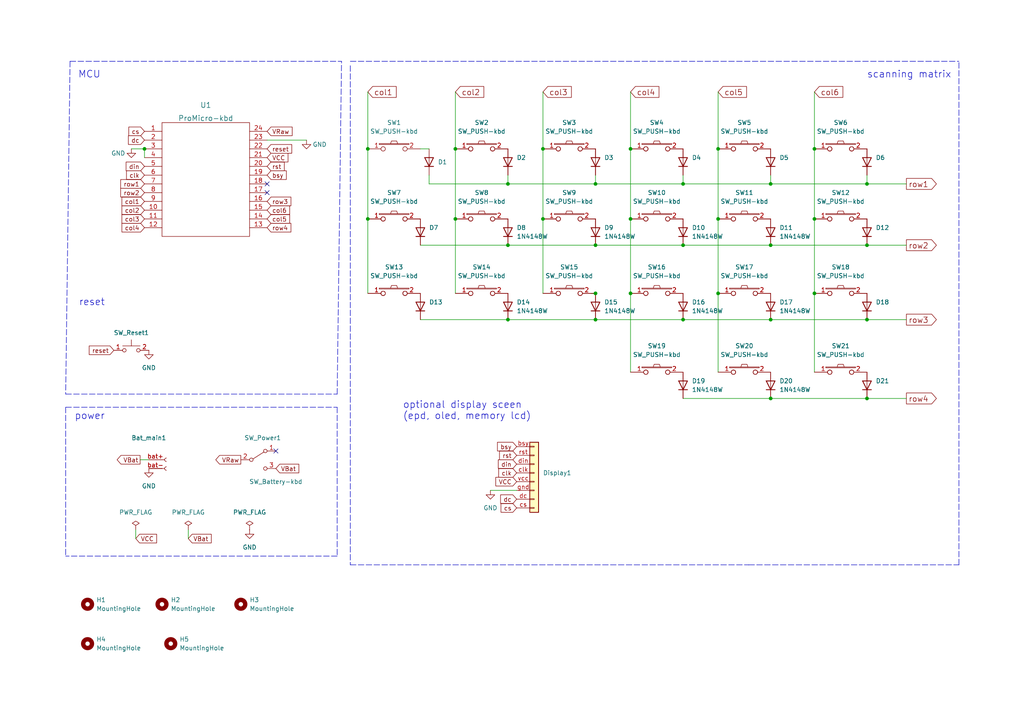
<source format=kicad_sch>
(kicad_sch (version 20211123) (generator eeschema)
  (paper "A4")
  (lib_symbols
    (symbol "Mechanical:MountingHole" (pin_names (offset 1.016))
      (property "Reference" "H" (at 0 5.08 0))
      (property "Value" "MountingHole" (at 0 3.175 0))
      (symbol "MountingHole_0_1"
        (circle (center 0 0) (radius 1.27) (stroke (width 1.27)))
      )
    )
    (symbol "mysymbol:1N4148W" (pin_numbers hide) (pin_names (offset 1.016) hide)
      (property "Reference" "D?" (at 2.54 1.2701 90))
      (symbol "1N4148W_0_1"
        (polyline (pts (xy -1.27 1.27) (xy -1.27 -1.27)) (stroke (width 0.254)))
        (polyline (pts (xy 1.27 0) (xy -1.27 0)))
        (polyline (pts (xy 1.27 1.27) (xy 1.27 -1.27) (xy -1.27 0) (xy 1.27 1.27)) (stroke (width 0.254)))
      )
      (symbol "1N4148W_1_1"
        (pin passive line (at -3.81 0 0) (length 2.54) (name "K") (number "1"))
        (pin passive line (at 3.81 0 180) (length 2.54) (name "A") (number "2"))
      )
    )
    (symbol "mysymbol:Conn_Battery_solderable" (pin_names (offset 1.016) hide)
      (property "Reference" "J?" (at 1.27 0.0001 0))
      (property "Value" "Conn_Battery_solderable" (at 1.27 -2.5399 0))
      (symbol "Conn_Battery_solderable_1_1"
        (arc (start 0 -2.032) (mid -0.508 -2.54) (end 0 -3.048) (stroke (width 0.1524)))
        (polyline (pts (xy -1.27 -2.54) (xy -0.508 -2.54)) (stroke (width 0.1524)))
        (polyline (pts (xy -1.27 0) (xy -0.508 0)) (stroke (width 0.1524)))
        (arc (start 0 0.508) (mid -0.508 0) (end 0 -0.508) (stroke (width 0.1524)))
        (pin passive line (at -5.08 0 0) (length 3.81) (name "Bat+") (number "bat+"))
        (pin passive line (at -5.08 -2.54 0) (length 3.81) (name "Bat-") (number "bat-"))
      )
    )
    (symbol "mysymbol:Conn_Display_general" (pin_names (offset 1.016) hide)
      (property "Reference" "J?" (at 2.54 0.0001 0))
      (property "Value" "Conn_Display_general" (at 2.54 -2.5399 0))
      (symbol "Conn_Display_general_1_1"
        (rectangle (start -1.27 -10.033) (end 0 -10.287) (stroke (width 0.1524)))
        (rectangle (start -1.27 -7.493) (end 0 -7.747) (stroke (width 0.1524)))
        (rectangle (start -1.27 -4.953) (end 0 -5.207) (stroke (width 0.1524)))
        (rectangle (start -1.27 -2.413) (end 0 -2.667) (stroke (width 0.1524)))
        (rectangle (start -1.27 0.127) (end 0 -0.127) (stroke (width 0.1524)))
        (rectangle (start -1.27 2.667) (end 0 2.413) (stroke (width 0.1524)))
        (rectangle (start -1.27 5.207) (end 0 4.953) (stroke (width 0.1524)))
        (rectangle (start -1.27 7.747) (end 0 7.493) (stroke (width 0.1524)))
        (rectangle (start -1.27 8.89) (end 1.27 -11.43) (stroke (width 0.254)) (fill (type background)))
        (pin passive line (at -5.08 7.62 0) (length 3.81) (name "BSY") (number "bsy"))
        (pin passive line (at -5.08 0 0) (length 3.81) (name "CLK") (number "clk"))
        (pin passive line (at -5.08 -10.16 0) (length 3.81) (name "CS") (number "cs"))
        (pin passive line (at -5.08 -7.62 0) (length 3.81) (name "DC") (number "dc"))
        (pin passive line (at -5.08 2.54 0) (length 3.81) (name "DIN") (number "din"))
        (pin passive line (at -5.08 -5.08 0) (length 3.81) (name "GND") (number "gnd"))
        (pin passive line (at -5.08 5.08 0) (length 3.81) (name "RST") (number "rst"))
        (pin passive line (at -5.08 -2.54 0) (length 3.81) (name "VCC") (number "vcc"))
      )
    )
    (symbol "mysymbol:ProMicro-kbd" (pin_names (offset 1.016) hide)
      (property "Reference" "U1" (at 0 24.13 0))
      (property "Value" "ProMicro-kbd" (at 0 -13.97 0))
      (symbol "ProMicro-kbd_0_1"
        (rectangle (start -12.7 21.59) (end 12.7 -11.43))
      )
      (symbol "ProMicro-kbd_1_1"
        (pin bidirectional line (at -17.78 19.05 0) (length 5.08) (name "TX") (number "1"))
        (pin bidirectional line (at -17.78 -3.81 0) (length 5.08) (name "E6") (number "10"))
        (pin bidirectional line (at -17.78 -6.35 0) (length 5.08) (name "B4") (number "11"))
        (pin bidirectional line (at -17.78 -8.89 0) (length 5.08) (name "B5") (number "12"))
        (pin bidirectional line (at 17.78 -8.89 180) (length 5.08) (name "B6") (number "13"))
        (pin bidirectional line (at 17.78 -6.35 180) (length 5.08) (name "B2") (number "14"))
        (pin bidirectional line (at 17.78 -3.81 180) (length 5.08) (name "B3") (number "15"))
        (pin bidirectional line (at 17.78 -1.27 180) (length 5.08) (name "B1") (number "16"))
        (pin bidirectional line (at 17.78 1.27 180) (length 5.08) (name "F7") (number "17"))
        (pin bidirectional line (at 17.78 3.81 180) (length 5.08) (name "F6") (number "18"))
        (pin bidirectional line (at 17.78 6.35 180) (length 5.08) (name "F5") (number "19"))
        (pin bidirectional line (at -17.78 16.51 0) (length 5.08) (name "RX") (number "2"))
        (pin bidirectional line (at 17.78 8.89 180) (length 5.08) (name "F4") (number "20"))
        (pin power_in line (at 17.78 11.43 180) (length 5.08) (name "VCC") (number "21"))
        (pin input line (at 17.78 13.97 180) (length 5.08) (name "RST") (number "22"))
        (pin power_in line (at 17.78 16.51 180) (length 5.08) (name "GND") (number "23"))
        (pin power_out line (at 17.78 19.05 180) (length 5.08) (name "RAW") (number "24"))
        (pin power_in line (at -17.78 13.97 0) (length 5.08) (name "GND") (number "3"))
        (pin power_in line (at -17.78 11.43 0) (length 5.08) (name "GND") (number "4"))
        (pin bidirectional line (at -17.78 8.89 0) (length 5.08) (name "SDA") (number "5"))
        (pin bidirectional line (at -17.78 6.35 0) (length 5.08) (name "SCL") (number "6"))
        (pin bidirectional line (at -17.78 3.81 0) (length 5.08) (name "D4") (number "7"))
        (pin bidirectional line (at -17.78 1.27 0) (length 5.08) (name "C6") (number "8"))
        (pin bidirectional line (at -17.78 -1.27 0) (length 5.08) (name "D7") (number "9"))
      )
    )
    (symbol "mysymbol:SW_Battery-kbd" (pin_names (offset 0) hide)
      (property "Reference" "SW_Battery?" (at 7.62 4.3476 0))
      (property "Value" "SW_Battery-kbd" (at 5.08 -6.35 0))
      (symbol "SW_Battery-kbd_0_0"
        (circle (center -2.032 0) (radius 0.508))
        (circle (center 2.032 -2.54) (radius 0.508))
      )
      (symbol "SW_Battery-kbd_0_1"
        (polyline (pts (xy -1.524 0.254) (xy 1.651 2.286)))
        (circle (center 2.032 2.54) (radius 0.508))
      )
      (symbol "SW_Battery-kbd_1_1"
        (pin passive line (at 5.08 2.54 180) (length 2.54) (name "A") (number "1"))
        (pin passive line (at -5.08 0 0) (length 2.54) (name "B") (number "2"))
        (pin passive line (at 5.08 -2.54 180) (length 2.54) (name "C") (number "3"))
      )
    )
    (symbol "mysymbol:SW_PUSH-kbd" (pin_names (offset 1.016) hide)
      (property "Reference" "SW1" (at 3.81 2.794 0))
      (symbol "SW_PUSH-kbd_0_1"
        (rectangle (start -4.318 1.27) (end 4.318 1.524))
        (polyline (pts (xy -1.016 1.524) (xy -0.762 2.286) (xy 0.762 2.286) (xy 1.016 1.524)))
        (pin passive inverted (at -7.62 0 0) (length 5.08) (name "1") (number "1"))
        (pin passive inverted (at 7.62 0 180) (length 5.08) (name "2") (number "2"))
      )
    )
    (symbol "mysymbol:SW_RESET-kbd" (pin_names (offset 1.016) hide)
      (property "Reference" "RSW?" (at 0 7.239 0))
      (property "Value" "SW_RESET-kbd" (at 0 4.9276 0))
      (symbol "SW_RESET-kbd_0_1"
        (circle (center -2.032 0) (radius 0.508))
        (polyline (pts (xy 0 1.27) (xy 0 3.048)))
        (polyline (pts (xy 2.54 1.27) (xy -2.54 1.27)))
        (circle (center 2.032 0) (radius 0.508))
        (pin passive line (at -5.08 0 0) (length 2.54) (name "1") (number "1"))
        (pin passive line (at 5.08 0 180) (length 2.54) (name "2") (number "2"))
      )
    )
    (symbol "power:GND" (power) (pin_names (offset 0))
      (property "Value" "GND" (at 0 -3.81 0))
      (symbol "GND_0_1"
        (polyline (pts (xy 0 0) (xy 0 -1.27) (xy 1.27 -1.27) (xy 0 -2.54) (xy -1.27 -1.27) (xy 0 -1.27)))
      )
      (symbol "GND_1_1"
        (pin power_in line (at 0 0 270) (length 0) hide (name "GND") (number "1"))
      )
    )
    (symbol "power:PWR_FLAG" (power) (pin_numbers hide) (pin_names (offset 0) hide)
      (property "Value" "PWR_FLAG" (at 0 3.81 0))
      (symbol "PWR_FLAG_0_0"
        (pin power_out line (at 0 0 90) (length 0) (name "pwr") (number "1"))
      )
      (symbol "PWR_FLAG_0_1"
        (polyline (pts (xy 0 0) (xy 0 1.27) (xy -1.016 1.905) (xy 0 2.54) (xy 1.016 1.905) (xy 0 1.27)))
      )
    )
  )
  (junction (at 106.68 63.5))
  (junction (at 147.32 53.34))
  (junction (at 251.46 71.12))
  (junction (at 236.22 63.5))
  (junction (at 251.46 115.57))
  (junction (at 223.52 71.12))
  (junction (at 198.12 53.34))
  (junction (at 132.08 63.5))
  (junction (at 172.72 71.12))
  (junction (at 236.22 43.18))
  (junction (at 157.48 43.18))
  (junction (at 106.68 43.18))
  (junction (at 132.08 43.18))
  (junction (at 182.88 43.18))
  (junction (at 147.32 92.71))
  (junction (at 223.52 115.57))
  (junction (at 182.88 85.09))
  (junction (at 198.12 92.71))
  (junction (at 251.46 53.34))
  (junction (at 157.48 63.5))
  (junction (at 236.22 85.09))
  (junction (at 182.88 63.5))
  (junction (at 208.28 63.5))
  (junction (at 147.32 71.12))
  (junction (at 172.72 53.34))
  (junction (at 172.72 85.09))
  (junction (at 223.52 53.34))
  (junction (at 41.91 43.18))
  (junction (at 172.72 92.71))
  (junction (at 223.52 92.71))
  (junction (at 198.12 71.12))
  (junction (at 251.46 92.71))
  (junction (at 208.28 85.09))
  (junction (at 208.28 43.18))
  (no_connect (at 80.01 130.81))
  (no_connect (at 77.47 55.88))
  (no_connect (at 77.47 53.34))
  (polyline (pts (xy 97.79 161.29) (xy 19.05 161.29)))
  (wire (pts (xy 106.68 63.5) (xy 106.68 85.09)))
  (wire (pts (xy 38.1 43.18) (xy 41.91 43.18)))
  (wire (pts (xy 132.08 63.5) (xy 132.08 85.09)))
  (wire (pts (xy 147.32 53.34) (xy 172.72 53.34)))
  (wire (pts (xy 157.48 63.5) (xy 157.48 85.09)))
  (wire (pts (xy 182.88 26.67) (xy 182.88 43.18)))
  (wire (pts (xy 147.32 92.71) (xy 172.72 92.71)))
  (wire (pts (xy 251.46 53.34) (xy 251.46 50.8)))
  (wire (pts (xy 251.46 92.71) (xy 262.89 92.71)))
  (polyline (pts (xy 217.17 163.83) (xy 278.13 163.83)))
  (wire (pts (xy 106.68 43.18) (xy 106.68 63.5)))
  (wire (pts (xy 182.88 43.18) (xy 182.88 63.5)))
  (wire (pts (xy 124.46 53.34) (xy 147.32 53.34)))
  (wire (pts (xy 147.32 50.8) (xy 147.32 53.34)))
  (wire (pts (xy 251.46 71.12) (xy 262.89 71.12)))
  (polyline (pts (xy 101.6 17.78) (xy 278.13 17.78)))
  (wire (pts (xy 208.28 85.09) (xy 208.28 107.95)))
  (wire (pts (xy 236.22 63.5) (xy 236.22 85.09)))
  (wire (pts (xy 172.72 71.12) (xy 198.12 71.12)))
  (wire (pts (xy 223.52 53.34) (xy 251.46 53.34)))
  (wire (pts (xy 198.12 71.12) (xy 223.52 71.12)))
  (wire (pts (xy 132.08 43.18) (xy 132.08 63.5)))
  (wire (pts (xy 88.9 40.64) (xy 77.47 40.64)))
  (wire (pts (xy 223.52 92.71) (xy 251.46 92.71)))
  (polyline (pts (xy 19.05 118.11) (xy 97.79 118.11)))
  (wire (pts (xy 236.22 85.09) (xy 236.22 107.95)))
  (wire (pts (xy 106.68 26.67) (xy 106.68 43.18)))
  (wire (pts (xy 121.92 92.71) (xy 147.32 92.71)))
  (wire (pts (xy 208.28 63.5) (xy 208.28 85.09)))
  (wire (pts (xy 147.32 71.12) (xy 172.72 71.12)))
  (wire (pts (xy 251.46 53.34) (xy 262.89 53.34)))
  (wire (pts (xy 157.48 43.18) (xy 157.48 63.5)))
  (polyline (pts (xy 20.32 17.78) (xy 19.05 114.3)))
  (wire (pts (xy 208.28 26.67) (xy 208.28 43.18)))
  (wire (pts (xy 182.88 63.5) (xy 182.88 85.09)))
  (wire (pts (xy 41.91 45.72) (xy 41.91 43.18)))
  (polyline (pts (xy 278.13 163.83) (xy 278.13 17.78)))
  (wire (pts (xy 132.08 26.67) (xy 132.08 43.18)))
  (polyline (pts (xy 19.05 114.3) (xy 97.79 114.3)))
  (wire (pts (xy 172.72 92.71) (xy 198.12 92.71)))
  (wire (pts (xy 121.92 71.12) (xy 147.32 71.12)))
  (wire (pts (xy 157.48 26.67) (xy 157.48 43.18)))
  (wire (pts (xy 223.52 115.57) (xy 251.46 115.57)))
  (wire (pts (xy 251.46 115.57) (xy 262.89 115.57)))
  (wire (pts (xy 40.64 133.35) (xy 43.18 133.35)))
  (wire (pts (xy 198.12 115.57) (xy 223.52 115.57)))
  (polyline (pts (xy 217.17 163.83) (xy 217.17 163.83)))
  (wire (pts (xy 121.92 43.18) (xy 124.46 43.18)))
  (wire (pts (xy 198.12 53.34) (xy 223.52 53.34)))
  (wire (pts (xy 172.72 50.8) (xy 172.72 53.34)))
  (wire (pts (xy 124.46 50.8) (xy 124.46 53.34)))
  (wire (pts (xy 198.12 50.8) (xy 198.12 53.34)))
  (wire (pts (xy 54.61 156.21) (xy 54.61 153.67)))
  (polyline (pts (xy 97.79 114.3) (xy 99.06 17.78)))
  (polyline (pts (xy 20.32 17.78) (xy 99.06 17.78)))
  (wire (pts (xy 223.52 71.12) (xy 251.46 71.12)))
  (wire (pts (xy 223.52 50.8) (xy 223.52 53.34)))
  (wire (pts (xy 236.22 43.18) (xy 236.22 63.5)))
  (polyline (pts (xy 101.6 163.83) (xy 217.17 163.83)))
  (polyline (pts (xy 19.05 118.11) (xy 19.05 161.29)))
  (wire (pts (xy 171.45 85.09) (xy 172.72 85.09)))
  (wire (pts (xy 172.72 53.34) (xy 198.12 53.34)))
  (wire (pts (xy 39.37 156.21) (xy 39.37 153.67)))
  (wire (pts (xy 236.22 26.67) (xy 236.22 43.18)))
  (polyline (pts (xy 97.79 118.11) (xy 97.79 161.29)))
  (wire (pts (xy 182.88 85.09) (xy 182.88 107.95)))
  (wire (pts (xy 208.28 43.18) (xy 208.28 63.5)))
  (wire (pts (xy 142.24 142.24) (xy 149.86 142.24)))
  (wire (pts (xy 198.12 92.71) (xy 223.52 92.71)))
  (polyline (pts (xy 101.6 19.05) (xy 101.6 163.83)))
  (text "scanning matrix" (at 251.46 22.86 0) (effects (font (size 2 2)) (justify left bottom)))
  (text "MCU" (at 29.21 22.86 180) (effects (font (size 2 2)) (justify right bottom)))
  (text "reset" (at 30.48 88.9 180) (effects (font (size 2 2)) (justify right bottom)))
  (text "optional display sceen\n(epd, oled, memory lcd)" (at 116.84 121.92 0) (effects (font (size 2 2)) (justify left bottom)))
  (text "power" (at 30.48 121.92 180) (effects (font (size 2 2)) (justify right bottom)))
  (global_label "col6" (shape input) (at 236.22 26.67 0) (effects (font (size 1.6 1.6))) (property "Intersheet References" "${INTERSHEET_REFS}" (effects hide)))
  (global_label "clk" (shape input) (at 41.91 50.8 180) (property "Intersheet References" "${INTERSHEET_REFS}" (effects hide)))
  (global_label "VBat" (shape input) (at 80.01 135.89 0) (property "Intersheet References" "${INTERSHEET_REFS}" (effects hide)))
  (global_label "col4" (shape input) (at 182.88 26.67 0) (effects (font (size 1.6 1.6))) (property "Intersheet References" "${INTERSHEET_REFS}" (effects hide)))
  (global_label "VBat" (shape input) (at 54.61 156.21 0) (property "Intersheet References" "${INTERSHEET_REFS}" (effects hide)))
  (global_label "rst" (shape input) (at 77.47 48.26 0) (property "Intersheet References" "${INTERSHEET_REFS}" (effects hide)))
  (global_label "dc" (shape input) (at 41.91 40.64 180) (property "Intersheet References" "${INTERSHEET_REFS}" (effects hide)))
  (global_label "row2" (shape output) (at 262.89 71.12 0) (effects (font (size 1.6 1.6))) (property "Intersheet References" "${INTERSHEET_REFS}" (effects hide)))
  (global_label "col1" (shape input) (at 106.68 26.67 0) (effects (font (size 1.6 1.6))) (property "Intersheet References" "${INTERSHEET_REFS}" (effects hide)))
  (global_label "din" (shape input) (at 41.91 48.26 180) (property "Intersheet References" "${INTERSHEET_REFS}" (effects hide)))
  (global_label "row1" (shape output) (at 262.89 53.34 0) (effects (font (size 1.6 1.6))) (property "Intersheet References" "${INTERSHEET_REFS}" (effects hide)))
  (global_label "row4" (shape input) (at 77.47 66.04 0) (property "Intersheet References" "${INTERSHEET_REFS}" (effects hide)))
  (global_label "bsy" (shape input) (at 77.47 50.8 0) (property "Intersheet References" "${INTERSHEET_REFS}" (effects hide)))
  (global_label "VRaw" (shape input) (at 77.47 38.1 0) (property "Intersheet References" "${INTERSHEET_REFS}" (effects hide)))
  (global_label "reset" (shape input) (at 77.47 43.18 0) (property "Intersheet References" "${INTERSHEET_REFS}" (effects hide)))
  (global_label "col1" (shape input) (at 41.91 58.42 180) (property "Intersheet References" "${INTERSHEET_REFS}" (effects hide)))
  (global_label "cs" (shape input) (at 41.91 38.1 180) (property "Intersheet References" "${INTERSHEET_REFS}" (effects hide)))
  (global_label "col2" (shape input) (at 41.91 60.96 180) (property "Intersheet References" "${INTERSHEET_REFS}" (effects hide)))
  (global_label "col6" (shape input) (at 77.47 60.96 0) (property "Intersheet References" "${INTERSHEET_REFS}" (effects hide)))
  (global_label "cs" (shape input) (at 149.86 147.32 180) (property "Intersheet References" "${INTERSHEET_REFS}" (effects hide)))
  (global_label "VCC" (shape input) (at 77.47 45.72 0) (property "Intersheet References" "${INTERSHEET_REFS}" (effects hide)))
  (global_label "col5" (shape input) (at 208.28 26.67 0) (effects (font (size 1.6 1.6))) (property "Intersheet References" "${INTERSHEET_REFS}" (effects hide)))
  (global_label "VRaw" (shape output) (at 69.85 133.35 180) (property "Intersheet References" "${INTERSHEET_REFS}" (effects hide)))
  (global_label "col3" (shape input) (at 157.48 26.67 0) (effects (font (size 1.6 1.6))) (property "Intersheet References" "${INTERSHEET_REFS}" (effects hide)))
  (global_label "dc" (shape input) (at 149.86 144.78 180) (property "Intersheet References" "${INTERSHEET_REFS}" (effects hide)))
  (global_label "clk" (shape input) (at 149.86 137.16 180) (property "Intersheet References" "${INTERSHEET_REFS}" (effects hide)))
  (global_label "row1" (shape input) (at 41.91 53.34 180) (property "Intersheet References" "${INTERSHEET_REFS}" (effects hide)))
  (global_label "VCC" (shape input) (at 39.37 156.21 0) (property "Intersheet References" "${INTERSHEET_REFS}" (effects hide)))
  (global_label "bsy" (shape input) (at 149.86 129.54 180) (property "Intersheet References" "${INTERSHEET_REFS}" (effects hide)))
  (global_label "row3" (shape input) (at 77.47 58.42 0) (property "Intersheet References" "${INTERSHEET_REFS}" (effects hide)))
  (global_label "VBat" (shape output) (at 40.64 133.35 180) (property "Intersheet References" "${INTERSHEET_REFS}" (effects hide)))
  (global_label "row3" (shape output) (at 262.89 92.71 0) (effects (font (size 1.6 1.6))) (property "Intersheet References" "${INTERSHEET_REFS}" (effects hide)))
  (global_label "VCC" (shape input) (at 149.86 139.7 180) (property "Intersheet References" "${INTERSHEET_REFS}" (effects hide)))
  (global_label "row4" (shape output) (at 262.89 115.57 0) (effects (font (size 1.6 1.6))) (property "Intersheet References" "${INTERSHEET_REFS}" (effects hide)))
  (global_label "rst" (shape input) (at 149.86 132.08 180) (property "Intersheet References" "${INTERSHEET_REFS}" (effects hide)))
  (global_label "din" (shape input) (at 149.86 134.62 180) (property "Intersheet References" "${INTERSHEET_REFS}" (effects hide)))
  (global_label "col4" (shape input) (at 41.91 66.04 180) (property "Intersheet References" "${INTERSHEET_REFS}" (effects hide)))
  (global_label "col3" (shape input) (at 41.91 63.5 180) (property "Intersheet References" "${INTERSHEET_REFS}" (effects hide)))
  (global_label "col2" (shape input) (at 132.08 26.67 0) (effects (font (size 1.6 1.6))) (property "Intersheet References" "${INTERSHEET_REFS}" (effects hide)))
  (global_label "reset" (shape input) (at 33.02 101.6 180) (property "Intersheet References" "${INTERSHEET_REFS}" (effects hide)))
  (global_label "col5" (shape input) (at 77.47 63.5 0) (property "Intersheet References" "${INTERSHEET_REFS}" (effects hide)))
  (global_label "row2" (shape input) (at 41.91 55.88 180) (property "Intersheet References" "${INTERSHEET_REFS}" (effects hide)))
  (symbol (lib_id "mysymbol:SW_PUSH-kbd") (at 215.9 43.18 0) (unit 1)
    (property "Reference" "SW5" (at 215.9 35.56 0))
    (property "Value" "SW_PUSH-kbd" (at 215.9 38.1 0))
    (property "Footprint" "mylib:Kailh_Choc_Hotplug" (effects hide))
  )
  (symbol (lib_id "mysymbol:1N4148W") (at 198.12 111.76 90) (unit 1)
    (property "Reference" "D19" (at 200.66 110.4899 90) (effects (justify right)))
    (property "Value" "1N4148W" (at 200.66 113.0299 90) (effects (justify right)))
    (property "Footprint" "mylib:Diode" (effects hide))
    (property "Datasheet" "https://www.vishay.com/docs/85748/1n4148w.pdf" (effects hide))
  )
  (symbol (lib_id "mysymbol:SW_PUSH-kbd") (at 215.9 107.95 0) (unit 1)
    (property "Reference" "SW20" (at 215.9 100.33 0))
    (property "Value" "SW_PUSH-kbd" (at 215.9 102.87 0))
    (property "Footprint" "mylib:Kailh_Choc_Hotplug" (effects hide))
  )
  (symbol (lib_id "power:GND") (at 142.24 142.24 0) (unit 1)
    (property "Reference" "#PWR05" (effects hide))
    (property "Value" "GND" (at 142.24 147.32 0))
  )
  (symbol (lib_id "mysymbol:ProMicro-kbd") (at 59.69 57.15 0) (unit 1)
    (property "Reference" "U1" (at 59.69 30.48 0) (effects (font (size 1.524 1.524))))
    (property "Value" "ProMicro-kbd" (at 59.69 34.29 0) (effects (font (size 1.524 1.524))))
    (property "Footprint" "mylib:ProMicro_Jumpers" (effects hide))
  )
  (symbol (lib_id "mysymbol:Conn_Display_general") (at 154.94 137.16 0) (unit 1)
    (property "Reference" "Display1" (at 157.48 137.1599 0) (effects (justify left)))
    (property "Value" "Conn_Display_general" (effects hide))
    (property "Footprint" "mylib:Conn_EPD" (effects hide))
  )
  (symbol (lib_id "power:PWR_FLAG") (at 39.37 153.67 0) (unit 1)
    (property "Reference" "#FLG01" (effects hide))
    (property "Value" "PWR_FLAG" (at 39.37 148.59 0))
  )
  (symbol (lib_id "mysymbol:SW_PUSH-kbd") (at 243.84 85.09 0) (unit 1)
    (property "Reference" "SW18" (at 243.84 77.47 0))
    (property "Value" "SW_PUSH-kbd" (at 243.84 80.01 0))
    (property "Footprint" "mylib:Kailh_Choc_Hotplug" (effects hide))
  )
  (symbol (lib_id "mysymbol:SW_PUSH-kbd") (at 190.5 43.18 0) (unit 1)
    (property "Reference" "SW4" (at 190.5 35.56 0))
    (property "Value" "SW_PUSH-kbd" (at 190.5 38.1 0))
    (property "Footprint" "mylib:Kailh_Choc_Hotplug" (effects hide))
  )
  (symbol (lib_id "mysymbol:SW_PUSH-kbd") (at 165.1 43.18 0) (unit 1)
    (property "Reference" "SW3" (at 165.1 35.56 0))
    (property "Value" "SW_PUSH-kbd" (at 165.1 38.1 0))
    (property "Footprint" "mylib:Kailh_Choc_Hotplug" (effects hide))
  )
  (symbol (lib_id "mysymbol:SW_PUSH-kbd") (at 114.3 85.09 0) (unit 1)
    (property "Reference" "SW13" (at 114.3 77.47 0))
    (property "Value" "SW_PUSH-kbd" (at 114.3 80.01 0))
    (property "Footprint" "mylib:Kailh_Choc_Hotplug" (effects hide))
  )
  (symbol (lib_id "mysymbol:1N4148W") (at 147.32 46.99 90) (unit 1)
    (property "Reference" "D2" (at 149.86 45.7199 90) (effects (justify right)))
    (property "Value" "1N4148W" (effects hide))
    (property "Footprint" "mylib:Diode" (effects hide))
    (property "Datasheet" "https://www.vishay.com/docs/85748/1n4148w.pdf" (effects hide))
  )
  (symbol (lib_id "mysymbol:1N4148W") (at 223.52 46.99 90) (unit 1)
    (property "Reference" "D5" (at 226.06 45.7199 90) (effects (justify right)))
    (property "Value" "1N4148W" (effects hide))
    (property "Footprint" "mylib:Diode" (effects hide))
    (property "Datasheet" "https://www.vishay.com/docs/85748/1n4148w.pdf" (effects hide))
  )
  (symbol (lib_id "mysymbol:SW_PUSH-kbd") (at 215.9 63.5 0) (unit 1)
    (property "Reference" "SW11" (at 215.9 55.88 0))
    (property "Value" "SW_PUSH-kbd" (at 215.9 58.42 0))
    (property "Footprint" "mylib:Kailh_Choc_Hotplug" (effects hide))
  )
  (symbol (lib_id "mysymbol:1N4148W") (at 223.52 111.76 90) (unit 1)
    (property "Reference" "D20" (at 226.06 110.4899 90) (effects (justify right)))
    (property "Value" "1N4148W" (at 226.06 113.0299 90) (effects (justify right)))
    (property "Footprint" "mylib:Diode" (effects hide))
    (property "Datasheet" "https://www.vishay.com/docs/85748/1n4148w.pdf" (effects hide))
  )
  (symbol (lib_id "mysymbol:1N4148W") (at 121.92 88.9 90) (unit 1)
    (property "Reference" "D13" (at 124.46 87.6299 90) (effects (justify right)))
    (property "Value" "1N4148W" (effects hide))
    (property "Footprint" "mylib:Diode" (effects hide))
    (property "Datasheet" "https://www.vishay.com/docs/85748/1n4148w.pdf" (effects hide))
  )
  (symbol (lib_id "mysymbol:1N4148W") (at 198.12 88.9 90) (unit 1)
    (property "Reference" "D16" (at 200.66 87.6299 90) (effects (justify right)))
    (property "Value" "1N4148W" (at 200.66 90.1699 90) (effects (justify right)))
    (property "Footprint" "mylib:Diode" (effects hide))
    (property "Datasheet" "https://www.vishay.com/docs/85748/1n4148w.pdf" (effects hide))
  )
  (symbol (lib_id "mysymbol:1N4148W") (at 251.46 46.99 90) (unit 1)
    (property "Reference" "D6" (at 254 45.7199 90) (effects (justify right)))
    (property "Value" "1N4148W" (effects hide))
    (property "Footprint" "mylib:Diode" (effects hide))
    (property "Datasheet" "https://www.vishay.com/docs/85748/1n4148w.pdf" (effects hide))
  )
  (symbol (lib_id "mysymbol:SW_PUSH-kbd") (at 139.7 85.09 0) (unit 1)
    (property "Reference" "SW14" (at 139.7 77.47 0))
    (property "Value" "SW_PUSH-kbd" (at 139.7 80.01 0))
    (property "Footprint" "mylib:Kailh_Choc_Hotplug" (effects hide))
  )
  (symbol (lib_id "mysymbol:SW_PUSH-kbd") (at 215.9 85.09 0) (unit 1)
    (property "Reference" "SW17" (at 215.9 77.47 0))
    (property "Value" "SW_PUSH-kbd" (at 215.9 80.01 0))
    (property "Footprint" "mylib:Kailh_Choc_Hotplug" (effects hide))
  )
  (symbol (lib_id "mysymbol:SW_PUSH-kbd") (at 190.5 85.09 0) (unit 1)
    (property "Reference" "SW16" (at 190.5 77.47 0))
    (property "Value" "SW_PUSH-kbd" (at 190.5 80.01 0))
    (property "Footprint" "mylib:Kailh_Choc_Hotplug" (effects hide))
  )
  (symbol (lib_id "mysymbol:1N4148W") (at 147.32 67.31 90) (unit 1)
    (property "Reference" "D8" (at 149.86 66.0399 90) (effects (justify right)))
    (property "Value" "1N4148W" (at 149.86 68.5799 90) (effects (justify right)))
    (property "Footprint" "mylib:Diode" (effects hide))
    (property "Datasheet" "https://www.vishay.com/docs/85748/1n4148w.pdf" (effects hide))
  )
  (symbol (lib_id "Mechanical:MountingHole") (at 25.4 186.69 0) (unit 1) (in_bom no)
    (property "Reference" "H4" (at 27.94 185.4199 0) (effects (justify left)))
    (property "Value" "MountingHole" (at 27.94 187.9599 0) (effects (justify left)))
    (property "Footprint" "MountingHole:MountingHole_3.2mm_M3_DIN965" (effects hide))
  )
  (symbol (lib_id "mysymbol:1N4148W") (at 198.12 67.31 90) (unit 1)
    (property "Reference" "D10" (at 200.66 66.0399 90) (effects (justify right)))
    (property "Value" "1N4148W" (at 200.66 68.5799 90) (effects (justify right)))
    (property "Footprint" "mylib:Diode" (effects hide))
    (property "Datasheet" "https://www.vishay.com/docs/85748/1n4148w.pdf" (effects hide))
  )
  (symbol (lib_id "power:PWR_FLAG") (at 54.61 153.67 0) (unit 1)
    (property "Reference" "#FLG02" (effects hide))
    (property "Value" "PWR_FLAG" (at 54.61 148.59 0))
  )
  (symbol (lib_id "mysymbol:SW_PUSH-kbd") (at 190.5 107.95 0) (unit 1)
    (property "Reference" "SW19" (at 190.5 100.33 0))
    (property "Value" "SW_PUSH-kbd" (at 190.5 102.87 0))
    (property "Footprint" "mylib:Kailh_Choc_Hotplug" (effects hide))
  )
  (symbol (lib_id "mysymbol:Conn_Battery_solderable") (at 48.26 133.35 0) (unit 1)
    (property "Reference" "Bat_main1" (at 38.1 127 0) (effects (justify left)))
    (property "Value" "Conn_Battery_solderable" (effects hide))
    (property "Footprint" "mylib:Molex_Panelmate_53780-0270_1x02-1MP_P1.25mm_Horizontal" (effects hide))
  )
  (symbol (lib_id "power:GND") (at 72.39 153.67 0) (unit 1)
    (property "Reference" "#PWR06" (effects hide))
    (property "Value" "GND" (at 72.39 158.75 0))
  )
  (symbol (lib_id "mysymbol:1N4148W") (at 223.52 67.31 90) (unit 1)
    (property "Reference" "D11" (at 226.06 66.0399 90) (effects (justify right)))
    (property "Value" "1N4148W" (at 226.06 68.5799 90) (effects (justify right)))
    (property "Footprint" "mylib:Diode" (effects hide))
    (property "Datasheet" "https://www.vishay.com/docs/85748/1n4148w.pdf" (effects hide))
  )
  (symbol (lib_id "mysymbol:SW_RESET-kbd") (at 38.1 101.6 0) (unit 1)
    (property "Reference" "SW_Reset1" (at 38.1 96.52 0))
    (property "Value" "SW_RESET-kbd" (effects hide))
    (property "Footprint" "mylib:SW_Reset_vertical" (effects hide))
  )
  (symbol (lib_id "mysymbol:1N4148W") (at 121.92 67.31 90) (unit 1)
    (property "Reference" "D7" (at 124.46 66.0399 90) (effects (justify right)))
    (property "Value" "1N4148W" (effects hide))
    (property "Footprint" "mylib:Diode" (effects hide))
    (property "Datasheet" "https://www.vishay.com/docs/85748/1n4148w.pdf" (effects hide))
  )
  (symbol (lib_id "power:GND") (at 43.18 135.89 0) (unit 1)
    (property "Reference" "#PWR04" (effects hide))
    (property "Value" "GND" (at 43.18 140.97 0))
  )
  (symbol (lib_id "Mechanical:MountingHole") (at 49.53 186.69 0) (unit 1) (in_bom no)
    (property "Reference" "H5" (at 52.07 185.4199 0) (effects (justify left)))
    (property "Value" "MountingHole" (at 52.07 187.9599 0) (effects (justify left)))
    (property "Footprint" "MountingHole:MountingHole_3.2mm_M3_DIN965" (effects hide))
  )
  (symbol (lib_id "mysymbol:1N4148W") (at 124.46 46.99 90) (unit 1)
    (property "Reference" "D1" (at 127 46.9899 90) (effects (justify right)))
    (property "Value" "1N4148W" (effects hide))
    (property "Footprint" "mylib:Diode" (effects hide))
    (property "Datasheet" "https://www.vishay.com/docs/85748/1n4148w.pdf" (effects hide))
  )
  (symbol (lib_id "mysymbol:1N4148W") (at 251.46 88.9 90) (unit 1)
    (property "Reference" "D18" (at 254 87.6299 90) (effects (justify right)))
    (property "Value" "1N4148W" (effects hide))
    (property "Footprint" "mylib:Diode" (effects hide))
    (property "Datasheet" "https://www.vishay.com/docs/85748/1n4148w.pdf" (effects hide))
  )
  (symbol (lib_id "Mechanical:MountingHole") (at 69.85 175.26 0) (unit 1) (in_bom no)
    (property "Reference" "H3" (at 72.39 173.9899 0) (effects (justify left)))
    (property "Value" "MountingHole" (at 72.39 176.5299 0) (effects (justify left)))
    (property "Footprint" "MountingHole:MountingHole_3.2mm_M3_DIN965" (effects hide))
  )
  (symbol (lib_id "mysymbol:SW_PUSH-kbd") (at 190.5 63.5 0) (unit 1)
    (property "Reference" "SW10" (at 190.5 55.88 0))
    (property "Value" "SW_PUSH-kbd" (at 190.5 58.42 0))
    (property "Footprint" "mylib:Kailh_Choc_Hotplug" (effects hide))
  )
  (symbol (lib_id "power:GND") (at 38.1 43.18 0) (unit 1)
    (property "Reference" "#PWR02" (effects hide))
    (property "Value" "GND" (at 34.29 44.45 0))
  )
  (symbol (lib_id "mysymbol:SW_PUSH-kbd") (at 243.84 63.5 0) (unit 1)
    (property "Reference" "SW12" (at 243.84 55.88 0))
    (property "Value" "SW_PUSH-kbd" (at 243.84 58.42 0))
    (property "Footprint" "mylib:Kailh_Choc_Hotplug" (effects hide))
  )
  (symbol (lib_id "mysymbol:1N4148W") (at 223.52 88.9 90) (unit 1)
    (property "Reference" "D17" (at 226.06 87.6299 90) (effects (justify right)))
    (property "Value" "1N4148W" (at 226.06 90.1699 90) (effects (justify right)))
    (property "Footprint" "mylib:Diode" (effects hide))
    (property "Datasheet" "https://www.vishay.com/docs/85748/1n4148w.pdf" (effects hide))
  )
  (symbol (lib_id "Mechanical:MountingHole") (at 46.99 175.26 0) (unit 1) (in_bom no)
    (property "Reference" "H2" (at 49.53 173.9899 0) (effects (justify left)))
    (property "Value" "MountingHole" (at 49.53 176.5299 0) (effects (justify left)))
    (property "Footprint" "MountingHole:MountingHole_3.2mm_M3_DIN965" (effects hide))
  )
  (symbol (lib_id "mysymbol:SW_PUSH-kbd") (at 114.3 43.18 0) (unit 1)
    (property "Reference" "SW1" (at 114.3 35.56 0))
    (property "Value" "SW_PUSH-kbd" (at 114.3 38.1 0))
    (property "Footprint" "mylib:Kailh_Choc_Hotplug" (effects hide))
  )
  (symbol (lib_id "mysymbol:1N4148W") (at 251.46 111.76 90) (unit 1)
    (property "Reference" "D21" (at 254 110.4899 90) (effects (justify right)))
    (property "Value" "1N4148W" (effects hide))
    (property "Footprint" "mylib:Diode" (effects hide))
    (property "Datasheet" "https://www.vishay.com/docs/85748/1n4148w.pdf" (effects hide))
  )
  (symbol (lib_id "mysymbol:SW_PUSH-kbd") (at 139.7 63.5 0) (unit 1)
    (property "Reference" "SW8" (at 139.7 55.88 0))
    (property "Value" "SW_PUSH-kbd" (at 139.7 58.42 0))
    (property "Footprint" "mylib:Kailh_Choc_Hotplug" (effects hide))
  )
  (symbol (lib_id "mysymbol:SW_Battery-kbd") (at 74.93 133.35 0) (unit 1)
    (property "Reference" "SW_Power1" (at 76.2 127 0))
    (property "Value" "SW_Battery-kbd" (at 80.01 139.7 0))
    (property "Footprint" "mylib:SW_BSI10" (effects hide))
  )
  (symbol (lib_id "mysymbol:SW_PUSH-kbd") (at 243.84 43.18 0) (unit 1)
    (property "Reference" "SW6" (at 243.84 35.56 0))
    (property "Value" "SW_PUSH-kbd" (at 243.84 38.1 0))
    (property "Footprint" "mylib:Kailh_Choc_Hotplug" (effects hide))
  )
  (symbol (lib_id "power:GND") (at 43.18 101.6 0) (unit 1)
    (property "Reference" "#PWR03" (effects hide))
    (property "Value" "GND" (at 43.18 106.68 0))
  )
  (symbol (lib_id "mysymbol:SW_PUSH-kbd") (at 165.1 63.5 0) (unit 1)
    (property "Reference" "SW9" (at 165.1 55.88 0))
    (property "Value" "SW_PUSH-kbd" (at 165.1 58.42 0))
    (property "Footprint" "mylib:Kailh_Choc_Hotplug" (effects hide))
  )
  (symbol (lib_id "mysymbol:SW_PUSH-kbd") (at 139.7 43.18 0) (unit 1)
    (property "Reference" "SW2" (at 139.7 35.56 0))
    (property "Value" "SW_PUSH-kbd" (at 139.7 38.1 0))
    (property "Footprint" "mylib:Kailh_Choc_Hotplug" (effects hide))
  )
  (symbol (lib_id "mysymbol:1N4148W") (at 198.12 46.99 90) (unit 1)
    (property "Reference" "D4" (at 200.66 45.7199 90) (effects (justify right)))
    (property "Value" "1N4148W" (effects hide))
    (property "Footprint" "mylib:Diode" (effects hide))
    (property "Datasheet" "https://www.vishay.com/docs/85748/1n4148w.pdf" (effects hide))
  )
  (symbol (lib_id "mysymbol:1N4148W") (at 172.72 88.9 90) (unit 1)
    (property "Reference" "D15" (at 175.26 87.6299 90) (effects (justify right)))
    (property "Value" "1N4148W" (at 175.26 90.1699 90) (effects (justify right)))
    (property "Footprint" "mylib:Diode" (effects hide))
    (property "Datasheet" "https://www.vishay.com/docs/85748/1n4148w.pdf" (effects hide))
  )
  (symbol (lib_id "power:PWR_FLAG") (at 72.39 153.67 0) (unit 1)
    (property "Reference" "#FLG03" (effects hide))
    (property "Value" "PWR_FLAG" (at 72.39 148.59 0))
  )
  (symbol (lib_id "Mechanical:MountingHole") (at 25.4 175.26 0) (unit 1) (in_bom no)
    (property "Reference" "H1" (at 27.94 173.9899 0) (effects (justify left)))
    (property "Value" "MountingHole" (at 27.94 176.5299 0) (effects (justify left)))
    (property "Footprint" "MountingHole:MountingHole_3.2mm_M3_DIN965" (effects hide))
  )
  (symbol (lib_id "mysymbol:1N4148W") (at 147.32 88.9 90) (unit 1)
    (property "Reference" "D14" (at 149.86 87.6299 90) (effects (justify right)))
    (property "Value" "1N4148W" (at 149.86 90.1699 90) (effects (justify right)))
    (property "Footprint" "mylib:Diode" (effects hide))
    (property "Datasheet" "https://www.vishay.com/docs/85748/1n4148w.pdf" (effects hide))
  )
  (symbol (lib_id "mysymbol:SW_PUSH-kbd") (at 114.3 63.5 0) (unit 1)
    (property "Reference" "SW7" (at 114.3 55.88 0))
    (property "Value" "SW_PUSH-kbd" (at 114.3 58.42 0))
    (property "Footprint" "mylib:Kailh_Choc_Hotplug" (effects hide))
  )
  (symbol (lib_id "mysymbol:1N4148W") (at 251.46 67.31 90) (unit 1)
    (property "Reference" "D12" (at 254 66.0399 90) (effects (justify right)))
    (property "Value" "1N4148W" (effects hide))
    (property "Footprint" "mylib:Diode" (effects hide))
    (property "Datasheet" "https://www.vishay.com/docs/85748/1n4148w.pdf" (effects hide))
  )
  (symbol (lib_id "mysymbol:SW_PUSH-kbd") (at 243.84 107.95 0) (unit 1)
    (property "Reference" "SW21" (at 243.84 100.33 0))
    (property "Value" "SW_PUSH-kbd" (at 243.84 102.87 0))
    (property "Footprint" "mylib:Kailh_Choc_Hotplug" (effects hide))
  )
  (symbol (lib_id "mysymbol:1N4148W") (at 172.72 67.31 90) (unit 1)
    (property "Reference" "D9" (at 175.26 66.0399 90) (effects (justify right)))
    (property "Value" "1N4148W" (at 175.26 68.5799 90) (effects (justify right)))
    (property "Footprint" "mylib:Diode" (effects hide))
    (property "Datasheet" "https://www.vishay.com/docs/85748/1n4148w.pdf" (effects hide))
  )
  (symbol (lib_id "power:GND") (at 88.9 40.64 0) (unit 1)
    (property "Reference" "#PWR01" (effects hide))
    (property "Value" "GND" (at 92.71 41.91 0))
  )
  (symbol (lib_id "mysymbol:1N4148W") (at 172.72 46.99 90) (unit 1)
    (property "Reference" "D3" (at 175.26 45.7199 90) (effects (justify right)))
    (property "Value" "1N4148W" (effects hide))
    (property "Footprint" "mylib:Diode" (effects hide))
    (property "Datasheet" "https://www.vishay.com/docs/85748/1n4148w.pdf" (effects hide))
  )
  (symbol (lib_id "mysymbol:SW_PUSH-kbd") (at 165.1 85.09 0) (unit 1)
    (property "Reference" "SW15" (at 165.1 77.47 0))
    (property "Value" "SW_PUSH-kbd" (at 165.1 80.01 0))
    (property "Footprint" "mylib:Kailh_Choc_Hotplug" (effects hide))
  )
)
</source>
